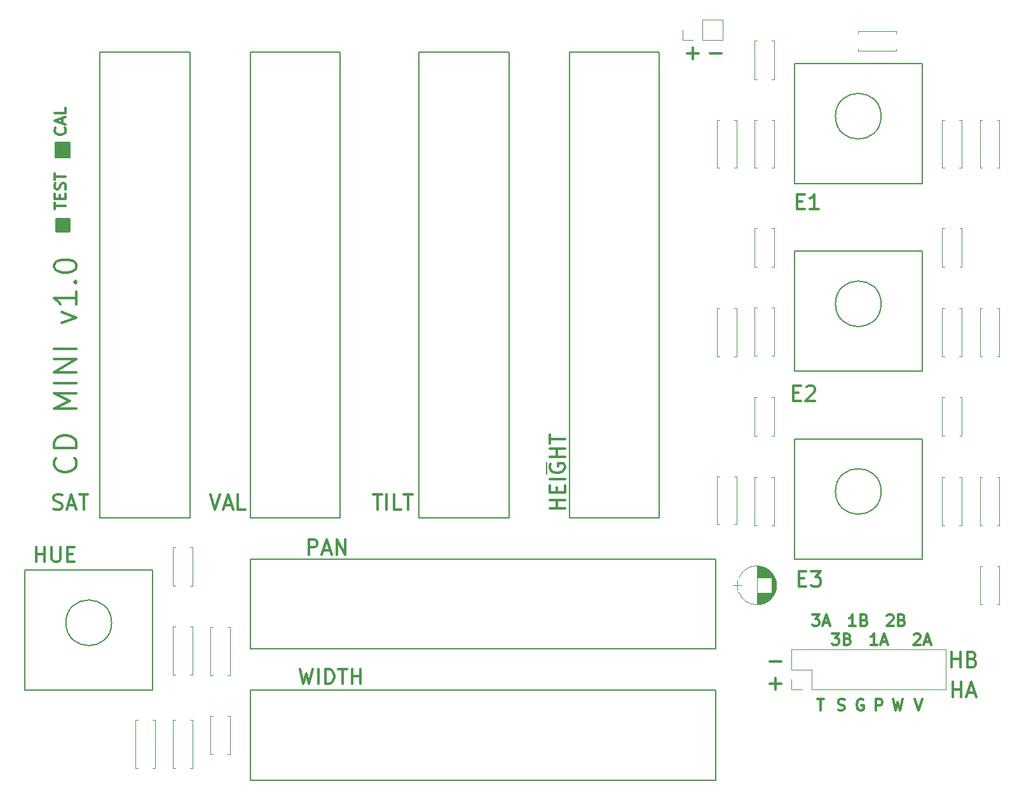
<source format=gbr>
%TF.GenerationSoftware,KiCad,Pcbnew,4.0.6+dfsg1-1*%
%TF.CreationDate,2017-11-25T00:29:13-07:00*%
%TF.ProjectId,colordance_mini,636F6C6F7264616E63655F6D696E692E,rev?*%
%TF.FileFunction,Legend,Top*%
%FSLAX46Y46*%
G04 Gerber Fmt 4.6, Leading zero omitted, Abs format (unit mm)*
G04 Created by KiCad (PCBNEW 4.0.6+dfsg1-1) date Sat Nov 25 00:29:13 2017*
%MOMM*%
%LPD*%
G01*
G04 APERTURE LIST*
%ADD10C,0.100000*%
%ADD11C,0.300000*%
%ADD12C,0.200000*%
%ADD13C,0.350000*%
%ADD14C,0.120000*%
%ADD15C,0.150000*%
%ADD16C,0.254000*%
G04 APERTURE END LIST*
D10*
D11*
X150238095Y-24142857D02*
X151761905Y-24142857D01*
X147238095Y-24142857D02*
X148761905Y-24142857D01*
X148000000Y-24904762D02*
X148000000Y-23380952D01*
D12*
X65000000Y-36000000D02*
X65000000Y-38000000D01*
X63000000Y-38000000D02*
X63000000Y-36000000D01*
X65000000Y-38000000D02*
X63000000Y-38000000D01*
X63000000Y-36000000D02*
X65000000Y-36000000D01*
D11*
X64285714Y-34035714D02*
X64357143Y-34107143D01*
X64428571Y-34321429D01*
X64428571Y-34464286D01*
X64357143Y-34678571D01*
X64214286Y-34821429D01*
X64071429Y-34892857D01*
X63785714Y-34964286D01*
X63571429Y-34964286D01*
X63285714Y-34892857D01*
X63142857Y-34821429D01*
X63000000Y-34678571D01*
X62928571Y-34464286D01*
X62928571Y-34321429D01*
X63000000Y-34107143D01*
X63071429Y-34035714D01*
X64000000Y-33464286D02*
X64000000Y-32750000D01*
X64428571Y-33607143D02*
X62928571Y-33107143D01*
X64428571Y-32607143D01*
X64428571Y-31392857D02*
X64428571Y-32107143D01*
X62928571Y-32107143D01*
X62928571Y-44892857D02*
X62928571Y-44035714D01*
X64428571Y-44464285D02*
X62928571Y-44464285D01*
X63642857Y-43535714D02*
X63642857Y-43035714D01*
X64428571Y-42821428D02*
X64428571Y-43535714D01*
X62928571Y-43535714D01*
X62928571Y-42821428D01*
X64357143Y-42250000D02*
X64428571Y-42035714D01*
X64428571Y-41678571D01*
X64357143Y-41535714D01*
X64285714Y-41464285D01*
X64142857Y-41392857D01*
X64000000Y-41392857D01*
X63857143Y-41464285D01*
X63785714Y-41535714D01*
X63714286Y-41678571D01*
X63642857Y-41964285D01*
X63571429Y-42107143D01*
X63500000Y-42178571D01*
X63357143Y-42250000D01*
X63214286Y-42250000D01*
X63071429Y-42178571D01*
X63000000Y-42107143D01*
X62928571Y-41964285D01*
X62928571Y-41607143D01*
X63000000Y-41392857D01*
X62928571Y-40964286D02*
X62928571Y-40107143D01*
X64428571Y-40535714D02*
X62928571Y-40535714D01*
D13*
X65571429Y-78035713D02*
X65714286Y-78178570D01*
X65857143Y-78607141D01*
X65857143Y-78892855D01*
X65714286Y-79321427D01*
X65428571Y-79607141D01*
X65142857Y-79749998D01*
X64571429Y-79892855D01*
X64142857Y-79892855D01*
X63571429Y-79749998D01*
X63285714Y-79607141D01*
X63000000Y-79321427D01*
X62857143Y-78892855D01*
X62857143Y-78607141D01*
X63000000Y-78178570D01*
X63142857Y-78035713D01*
X65857143Y-76749998D02*
X62857143Y-76749998D01*
X62857143Y-76035713D01*
X63000000Y-75607141D01*
X63285714Y-75321427D01*
X63571429Y-75178570D01*
X64142857Y-75035713D01*
X64571429Y-75035713D01*
X65142857Y-75178570D01*
X65428571Y-75321427D01*
X65714286Y-75607141D01*
X65857143Y-76035713D01*
X65857143Y-76749998D01*
X65857143Y-71464284D02*
X62857143Y-71464284D01*
X65000000Y-70464284D01*
X62857143Y-69464284D01*
X65857143Y-69464284D01*
X65857143Y-68035713D02*
X62857143Y-68035713D01*
X65857143Y-66607142D02*
X62857143Y-66607142D01*
X65857143Y-64892857D01*
X62857143Y-64892857D01*
X65857143Y-63464285D02*
X62857143Y-63464285D01*
X63857143Y-60035715D02*
X65857143Y-59321429D01*
X63857143Y-58607143D01*
X65857143Y-55892858D02*
X65857143Y-57607143D01*
X65857143Y-56750001D02*
X62857143Y-56750001D01*
X63285714Y-57035715D01*
X63571429Y-57321429D01*
X63714286Y-57607143D01*
X65571429Y-54607143D02*
X65714286Y-54464286D01*
X65857143Y-54607143D01*
X65714286Y-54750000D01*
X65571429Y-54607143D01*
X65857143Y-54607143D01*
X62857143Y-52607144D02*
X62857143Y-52321429D01*
X63000000Y-52035715D01*
X63142857Y-51892858D01*
X63428571Y-51750001D01*
X64000000Y-51607144D01*
X64714286Y-51607144D01*
X65285714Y-51750001D01*
X65571429Y-51892858D01*
X65714286Y-52035715D01*
X65857143Y-52321429D01*
X65857143Y-52607144D01*
X65714286Y-52892858D01*
X65571429Y-53035715D01*
X65285714Y-53178572D01*
X64714286Y-53321429D01*
X64000000Y-53321429D01*
X63428571Y-53178572D01*
X63142857Y-53035715D01*
X63000000Y-52892858D01*
X62857143Y-52607144D01*
D11*
X163857144Y-98928571D02*
X164785715Y-98928571D01*
X164285715Y-99500000D01*
X164500001Y-99500000D01*
X164642858Y-99571429D01*
X164714287Y-99642857D01*
X164785715Y-99785714D01*
X164785715Y-100142857D01*
X164714287Y-100285714D01*
X164642858Y-100357143D01*
X164500001Y-100428571D01*
X164071429Y-100428571D01*
X163928572Y-100357143D01*
X163857144Y-100285714D01*
X165357143Y-100000000D02*
X166071429Y-100000000D01*
X165214286Y-100428571D02*
X165714286Y-98928571D01*
X166214286Y-100428571D01*
X166500001Y-101428571D02*
X167428572Y-101428571D01*
X166928572Y-102000000D01*
X167142858Y-102000000D01*
X167285715Y-102071429D01*
X167357144Y-102142857D01*
X167428572Y-102285714D01*
X167428572Y-102642857D01*
X167357144Y-102785714D01*
X167285715Y-102857143D01*
X167142858Y-102928571D01*
X166714286Y-102928571D01*
X166571429Y-102857143D01*
X166500001Y-102785714D01*
X168571429Y-102142857D02*
X168785715Y-102214286D01*
X168857143Y-102285714D01*
X168928572Y-102428571D01*
X168928572Y-102642857D01*
X168857143Y-102785714D01*
X168785715Y-102857143D01*
X168642857Y-102928571D01*
X168071429Y-102928571D01*
X168071429Y-101428571D01*
X168571429Y-101428571D01*
X168714286Y-101500000D01*
X168785715Y-101571429D01*
X168857143Y-101714286D01*
X168857143Y-101857143D01*
X168785715Y-102000000D01*
X168714286Y-102071429D01*
X168571429Y-102142857D01*
X168071429Y-102142857D01*
X169678572Y-100428571D02*
X168821429Y-100428571D01*
X169250001Y-100428571D02*
X169250001Y-98928571D01*
X169107144Y-99142857D01*
X168964286Y-99285714D01*
X168821429Y-99357143D01*
X170821429Y-99642857D02*
X171035715Y-99714286D01*
X171107143Y-99785714D01*
X171178572Y-99928571D01*
X171178572Y-100142857D01*
X171107143Y-100285714D01*
X171035715Y-100357143D01*
X170892857Y-100428571D01*
X170321429Y-100428571D01*
X170321429Y-98928571D01*
X170821429Y-98928571D01*
X170964286Y-99000000D01*
X171035715Y-99071429D01*
X171107143Y-99214286D01*
X171107143Y-99357143D01*
X171035715Y-99500000D01*
X170964286Y-99571429D01*
X170821429Y-99642857D01*
X170321429Y-99642857D01*
X172535715Y-102928571D02*
X171678572Y-102928571D01*
X172107144Y-102928571D02*
X172107144Y-101428571D01*
X171964287Y-101642857D01*
X171821429Y-101785714D01*
X171678572Y-101857143D01*
X173107143Y-102500000D02*
X173821429Y-102500000D01*
X172964286Y-102928571D02*
X173464286Y-101428571D01*
X173964286Y-102928571D01*
X173821429Y-99071429D02*
X173892858Y-99000000D01*
X174035715Y-98928571D01*
X174392858Y-98928571D01*
X174535715Y-99000000D01*
X174607144Y-99071429D01*
X174678572Y-99214286D01*
X174678572Y-99357143D01*
X174607144Y-99571429D01*
X173750001Y-100428571D01*
X174678572Y-100428571D01*
X175821429Y-99642857D02*
X176035715Y-99714286D01*
X176107143Y-99785714D01*
X176178572Y-99928571D01*
X176178572Y-100142857D01*
X176107143Y-100285714D01*
X176035715Y-100357143D01*
X175892857Y-100428571D01*
X175321429Y-100428571D01*
X175321429Y-98928571D01*
X175821429Y-98928571D01*
X175964286Y-99000000D01*
X176035715Y-99071429D01*
X176107143Y-99214286D01*
X176107143Y-99357143D01*
X176035715Y-99500000D01*
X175964286Y-99571429D01*
X175821429Y-99642857D01*
X175321429Y-99642857D01*
X177428572Y-101571429D02*
X177500001Y-101500000D01*
X177642858Y-101428571D01*
X178000001Y-101428571D01*
X178142858Y-101500000D01*
X178214287Y-101571429D01*
X178285715Y-101714286D01*
X178285715Y-101857143D01*
X178214287Y-102071429D01*
X177357144Y-102928571D01*
X178285715Y-102928571D01*
X178857143Y-102500000D02*
X179571429Y-102500000D01*
X178714286Y-102928571D02*
X179214286Y-101428571D01*
X179714286Y-102928571D01*
X162119047Y-94107143D02*
X162785714Y-94107143D01*
X163071428Y-95154762D02*
X162119047Y-95154762D01*
X162119047Y-93154762D01*
X163071428Y-93154762D01*
X163738095Y-93154762D02*
X164976191Y-93154762D01*
X164309524Y-93916667D01*
X164595238Y-93916667D01*
X164785714Y-94011905D01*
X164880952Y-94107143D01*
X164976191Y-94297619D01*
X164976191Y-94773810D01*
X164880952Y-94964286D01*
X164785714Y-95059524D01*
X164595238Y-95154762D01*
X164023810Y-95154762D01*
X163833333Y-95059524D01*
X163738095Y-94964286D01*
X161369047Y-69357143D02*
X162035714Y-69357143D01*
X162321428Y-70404762D02*
X161369047Y-70404762D01*
X161369047Y-68404762D01*
X162321428Y-68404762D01*
X163083333Y-68595238D02*
X163178571Y-68500000D01*
X163369048Y-68404762D01*
X163845238Y-68404762D01*
X164035714Y-68500000D01*
X164130952Y-68595238D01*
X164226191Y-68785714D01*
X164226191Y-68976190D01*
X164130952Y-69261905D01*
X162988095Y-70404762D01*
X164226191Y-70404762D01*
X161869047Y-43857143D02*
X162535714Y-43857143D01*
X162821428Y-44904762D02*
X161869047Y-44904762D01*
X161869047Y-42904762D01*
X162821428Y-42904762D01*
X164726191Y-44904762D02*
X163583333Y-44904762D01*
X164154762Y-44904762D02*
X164154762Y-42904762D01*
X163964286Y-43190476D01*
X163773810Y-43380952D01*
X163583333Y-43476190D01*
X174607143Y-110178571D02*
X174964286Y-111678571D01*
X175250000Y-110607143D01*
X175535714Y-111678571D01*
X175892857Y-110178571D01*
X172357143Y-111678571D02*
X172357143Y-110178571D01*
X172928571Y-110178571D01*
X173071429Y-110250000D01*
X173142857Y-110321429D01*
X173214286Y-110464286D01*
X173214286Y-110678571D01*
X173142857Y-110821429D01*
X173071429Y-110892857D01*
X172928571Y-110964286D01*
X172357143Y-110964286D01*
X95607143Y-106154762D02*
X96083334Y-108154762D01*
X96464286Y-106726190D01*
X96845239Y-108154762D01*
X97321429Y-106154762D01*
X98083333Y-108154762D02*
X98083333Y-106154762D01*
X99035714Y-108154762D02*
X99035714Y-106154762D01*
X99511905Y-106154762D01*
X99797619Y-106250000D01*
X99988095Y-106440476D01*
X100083334Y-106630952D01*
X100178572Y-107011905D01*
X100178572Y-107297619D01*
X100083334Y-107678571D01*
X99988095Y-107869048D01*
X99797619Y-108059524D01*
X99511905Y-108154762D01*
X99035714Y-108154762D01*
X100750000Y-106154762D02*
X101892857Y-106154762D01*
X101321429Y-108154762D02*
X101321429Y-106154762D01*
X102559524Y-108154762D02*
X102559524Y-106154762D01*
X102559524Y-107107143D02*
X103702382Y-107107143D01*
X103702382Y-108154762D02*
X103702382Y-106154762D01*
X96821428Y-90904762D02*
X96821428Y-88904762D01*
X97583333Y-88904762D01*
X97773809Y-89000000D01*
X97869048Y-89095238D01*
X97964286Y-89285714D01*
X97964286Y-89571429D01*
X97869048Y-89761905D01*
X97773809Y-89857143D01*
X97583333Y-89952381D01*
X96821428Y-89952381D01*
X98726190Y-90333333D02*
X99678571Y-90333333D01*
X98535714Y-90904762D02*
X99202381Y-88904762D01*
X99869048Y-90904762D01*
X100535714Y-90904762D02*
X100535714Y-88904762D01*
X101678572Y-90904762D01*
X101678572Y-88904762D01*
X170642857Y-110250000D02*
X170500000Y-110178571D01*
X170285714Y-110178571D01*
X170071429Y-110250000D01*
X169928571Y-110392857D01*
X169857143Y-110535714D01*
X169785714Y-110821429D01*
X169785714Y-111035714D01*
X169857143Y-111321429D01*
X169928571Y-111464286D01*
X170071429Y-111607143D01*
X170285714Y-111678571D01*
X170428571Y-111678571D01*
X170642857Y-111607143D01*
X170714286Y-111535714D01*
X170714286Y-111035714D01*
X170428571Y-111035714D01*
X164571429Y-110178571D02*
X165428572Y-110178571D01*
X165000001Y-111678571D02*
X165000001Y-110178571D01*
D12*
X128450000Y-78550000D02*
X128450000Y-80150000D01*
D11*
X130904762Y-84761905D02*
X128904762Y-84761905D01*
X129857143Y-84761905D02*
X129857143Y-83619047D01*
X130904762Y-83619047D02*
X128904762Y-83619047D01*
X129857143Y-82666667D02*
X129857143Y-82000000D01*
X130904762Y-81714286D02*
X130904762Y-82666667D01*
X128904762Y-82666667D01*
X128904762Y-81714286D01*
X130904762Y-80857143D02*
X128904762Y-80857143D01*
X129000000Y-78857142D02*
X128904762Y-79047619D01*
X128904762Y-79333333D01*
X129000000Y-79619047D01*
X129190476Y-79809523D01*
X129380952Y-79904762D01*
X129761905Y-80000000D01*
X130047619Y-80000000D01*
X130428571Y-79904762D01*
X130619048Y-79809523D01*
X130809524Y-79619047D01*
X130904762Y-79333333D01*
X130904762Y-79142857D01*
X130809524Y-78857142D01*
X130714286Y-78761904D01*
X130047619Y-78761904D01*
X130047619Y-79142857D01*
X130904762Y-77904762D02*
X128904762Y-77904762D01*
X129857143Y-77904762D02*
X129857143Y-76761904D01*
X130904762Y-76761904D02*
X128904762Y-76761904D01*
X128904762Y-76095238D02*
X128904762Y-74952381D01*
X130904762Y-75523809D02*
X128904762Y-75523809D01*
X105380952Y-82904762D02*
X106523809Y-82904762D01*
X105952381Y-84904762D02*
X105952381Y-82904762D01*
X107190476Y-84904762D02*
X107190476Y-82904762D01*
X109095238Y-84904762D02*
X108142857Y-84904762D01*
X108142857Y-82904762D01*
X109476191Y-82904762D02*
X110619048Y-82904762D01*
X110047620Y-84904762D02*
X110047620Y-82904762D01*
X167321429Y-111607143D02*
X167535715Y-111678571D01*
X167892858Y-111678571D01*
X168035715Y-111607143D01*
X168107144Y-111535714D01*
X168178572Y-111392857D01*
X168178572Y-111250000D01*
X168107144Y-111107143D01*
X168035715Y-111035714D01*
X167892858Y-110964286D01*
X167607144Y-110892857D01*
X167464286Y-110821429D01*
X167392858Y-110750000D01*
X167321429Y-110607143D01*
X167321429Y-110464286D01*
X167392858Y-110321429D01*
X167464286Y-110250000D01*
X167607144Y-110178571D01*
X167964286Y-110178571D01*
X168178572Y-110250000D01*
X177500000Y-110178571D02*
X178000000Y-111678571D01*
X178500000Y-110178571D01*
X182428571Y-105904762D02*
X182428571Y-103904762D01*
X182428571Y-104857143D02*
X183571429Y-104857143D01*
X183571429Y-105904762D02*
X183571429Y-103904762D01*
X185190476Y-104857143D02*
X185476190Y-104952381D01*
X185571429Y-105047619D01*
X185666667Y-105238095D01*
X185666667Y-105523810D01*
X185571429Y-105714286D01*
X185476190Y-105809524D01*
X185285714Y-105904762D01*
X184523809Y-105904762D01*
X184523809Y-103904762D01*
X185190476Y-103904762D01*
X185380952Y-104000000D01*
X185476190Y-104095238D01*
X185571429Y-104285714D01*
X185571429Y-104476190D01*
X185476190Y-104666667D01*
X185380952Y-104761905D01*
X185190476Y-104857143D01*
X184523809Y-104857143D01*
X182571428Y-109904762D02*
X182571428Y-107904762D01*
X182571428Y-108857143D02*
X183714286Y-108857143D01*
X183714286Y-109904762D02*
X183714286Y-107904762D01*
X184571428Y-109333333D02*
X185523809Y-109333333D01*
X184380952Y-109904762D02*
X185047619Y-107904762D01*
X185714286Y-109904762D01*
X83666666Y-82904762D02*
X84333333Y-84904762D01*
X85000000Y-82904762D01*
X85571428Y-84333333D02*
X86523809Y-84333333D01*
X85380952Y-84904762D02*
X86047619Y-82904762D01*
X86714286Y-84904762D01*
X88333333Y-84904762D02*
X87380952Y-84904762D01*
X87380952Y-82904762D01*
X62809523Y-84809524D02*
X63095238Y-84904762D01*
X63571428Y-84904762D01*
X63761904Y-84809524D01*
X63857142Y-84714286D01*
X63952381Y-84523810D01*
X63952381Y-84333333D01*
X63857142Y-84142857D01*
X63761904Y-84047619D01*
X63571428Y-83952381D01*
X63190476Y-83857143D01*
X63000000Y-83761905D01*
X62904761Y-83666667D01*
X62809523Y-83476190D01*
X62809523Y-83285714D01*
X62904761Y-83095238D01*
X63000000Y-83000000D01*
X63190476Y-82904762D01*
X63666666Y-82904762D01*
X63952381Y-83000000D01*
X64714285Y-84333333D02*
X65666666Y-84333333D01*
X64523809Y-84904762D02*
X65190476Y-82904762D01*
X65857143Y-84904762D01*
X66238095Y-82904762D02*
X67380952Y-82904762D01*
X66809524Y-84904762D02*
X66809524Y-82904762D01*
X60476190Y-91904762D02*
X60476190Y-89904762D01*
X60476190Y-90857143D02*
X61619048Y-90857143D01*
X61619048Y-91904762D02*
X61619048Y-89904762D01*
X62571428Y-89904762D02*
X62571428Y-91523810D01*
X62666667Y-91714286D01*
X62761905Y-91809524D01*
X62952381Y-91904762D01*
X63333333Y-91904762D01*
X63523809Y-91809524D01*
X63619048Y-91714286D01*
X63714286Y-91523810D01*
X63714286Y-89904762D01*
X64666666Y-90857143D02*
X65333333Y-90857143D01*
X65619047Y-91904762D02*
X64666666Y-91904762D01*
X64666666Y-89904762D01*
X65619047Y-89904762D01*
X158238095Y-105142857D02*
X159761905Y-105142857D01*
X158238095Y-108142857D02*
X159761905Y-108142857D01*
X159000000Y-108904762D02*
X159000000Y-107380952D01*
D14*
X163770000Y-108890000D02*
X181670000Y-108890000D01*
X181670000Y-108890000D02*
X181670000Y-103570000D01*
X181670000Y-103570000D02*
X161110000Y-103570000D01*
X161110000Y-103570000D02*
X161110000Y-106230000D01*
X161110000Y-106230000D02*
X163770000Y-106230000D01*
X163770000Y-106230000D02*
X163770000Y-108890000D01*
X162500000Y-108890000D02*
X161110000Y-108890000D01*
X161110000Y-108890000D02*
X161110000Y-107500000D01*
D15*
X89000000Y-109000000D02*
X151000000Y-109000000D01*
X151000000Y-109000000D02*
X151000000Y-121000000D01*
X151000000Y-121000000D02*
X89500000Y-121000000D01*
X89500000Y-121000000D02*
X89000000Y-121000000D01*
X89000000Y-121000000D02*
X89000000Y-109000000D01*
X89000000Y-91500000D02*
X151000000Y-91500000D01*
X151000000Y-91500000D02*
X151000000Y-103500000D01*
X151000000Y-103500000D02*
X89500000Y-103500000D01*
X89500000Y-103500000D02*
X89000000Y-103500000D01*
X89000000Y-103500000D02*
X89000000Y-91500000D01*
X89000000Y-86000000D02*
X89000000Y-24000000D01*
X89000000Y-24000000D02*
X101000000Y-24000000D01*
X101000000Y-24000000D02*
X101000000Y-85500000D01*
X101000000Y-85500000D02*
X101000000Y-86000000D01*
X101000000Y-86000000D02*
X89000000Y-86000000D01*
D14*
X83690000Y-117560000D02*
X83690000Y-112440000D01*
X86310000Y-117560000D02*
X86310000Y-112440000D01*
X83690000Y-117560000D02*
X84004000Y-117560000D01*
X85996000Y-117560000D02*
X86310000Y-117560000D01*
X83690000Y-112440000D02*
X84004000Y-112440000D01*
X85996000Y-112440000D02*
X86310000Y-112440000D01*
X156190000Y-27560000D02*
X156190000Y-22440000D01*
X158810000Y-27560000D02*
X158810000Y-22440000D01*
X156190000Y-27560000D02*
X156504000Y-27560000D01*
X158496000Y-27560000D02*
X158810000Y-27560000D01*
X156190000Y-22440000D02*
X156504000Y-22440000D01*
X158496000Y-22440000D02*
X158810000Y-22440000D01*
X81310000Y-89940000D02*
X81310000Y-95060000D01*
X78690000Y-89940000D02*
X78690000Y-95060000D01*
X81310000Y-89940000D02*
X80996000Y-89940000D01*
X79004000Y-89940000D02*
X78690000Y-89940000D01*
X81310000Y-95060000D02*
X80996000Y-95060000D01*
X79004000Y-95060000D02*
X78690000Y-95060000D01*
X175060000Y-23810000D02*
X169940000Y-23810000D01*
X175060000Y-21190000D02*
X169940000Y-21190000D01*
X175060000Y-23810000D02*
X175060000Y-23496000D01*
X175060000Y-21504000D02*
X175060000Y-21190000D01*
X169940000Y-23810000D02*
X169940000Y-23496000D01*
X169940000Y-21504000D02*
X169940000Y-21190000D01*
X156190000Y-52560000D02*
X156190000Y-47440000D01*
X158810000Y-52560000D02*
X158810000Y-47440000D01*
X156190000Y-52560000D02*
X156504000Y-52560000D01*
X158496000Y-52560000D02*
X158810000Y-52560000D01*
X156190000Y-47440000D02*
X156504000Y-47440000D01*
X158496000Y-47440000D02*
X158810000Y-47440000D01*
X156190000Y-75060000D02*
X156190000Y-69940000D01*
X158810000Y-75060000D02*
X158810000Y-69940000D01*
X156190000Y-75060000D02*
X156504000Y-75060000D01*
X158496000Y-75060000D02*
X158810000Y-75060000D01*
X156190000Y-69940000D02*
X156504000Y-69940000D01*
X158496000Y-69940000D02*
X158810000Y-69940000D01*
X181190000Y-52560000D02*
X181190000Y-47440000D01*
X183810000Y-52560000D02*
X183810000Y-47440000D01*
X181190000Y-52560000D02*
X181504000Y-52560000D01*
X183496000Y-52560000D02*
X183810000Y-52560000D01*
X181190000Y-47440000D02*
X181504000Y-47440000D01*
X183496000Y-47440000D02*
X183810000Y-47440000D01*
X181190000Y-75060000D02*
X181190000Y-69940000D01*
X183810000Y-75060000D02*
X183810000Y-69940000D01*
X181190000Y-75060000D02*
X181504000Y-75060000D01*
X183496000Y-75060000D02*
X183810000Y-75060000D01*
X181190000Y-69940000D02*
X181504000Y-69940000D01*
X183496000Y-69940000D02*
X183810000Y-69940000D01*
X80980000Y-112980000D02*
X81310000Y-112980000D01*
X81310000Y-112980000D02*
X81310000Y-119400000D01*
X81310000Y-119400000D02*
X80980000Y-119400000D01*
X79020000Y-112980000D02*
X78690000Y-112980000D01*
X78690000Y-112980000D02*
X78690000Y-119400000D01*
X78690000Y-119400000D02*
X79020000Y-119400000D01*
X151520000Y-39400000D02*
X151190000Y-39400000D01*
X151190000Y-39400000D02*
X151190000Y-32980000D01*
X151190000Y-32980000D02*
X151520000Y-32980000D01*
X153480000Y-39400000D02*
X153810000Y-39400000D01*
X153810000Y-39400000D02*
X153810000Y-32980000D01*
X153810000Y-32980000D02*
X153480000Y-32980000D01*
X74020000Y-119400000D02*
X73690000Y-119400000D01*
X73690000Y-119400000D02*
X73690000Y-112980000D01*
X73690000Y-112980000D02*
X74020000Y-112980000D01*
X75980000Y-119400000D02*
X76310000Y-119400000D01*
X76310000Y-119400000D02*
X76310000Y-112980000D01*
X76310000Y-112980000D02*
X75980000Y-112980000D01*
X158480000Y-32980000D02*
X158810000Y-32980000D01*
X158810000Y-32980000D02*
X158810000Y-39400000D01*
X158810000Y-39400000D02*
X158480000Y-39400000D01*
X156520000Y-32980000D02*
X156190000Y-32980000D01*
X156190000Y-32980000D02*
X156190000Y-39400000D01*
X156190000Y-39400000D02*
X156520000Y-39400000D01*
X85980000Y-100600000D02*
X86310000Y-100600000D01*
X86310000Y-100600000D02*
X86310000Y-107020000D01*
X86310000Y-107020000D02*
X85980000Y-107020000D01*
X84020000Y-100600000D02*
X83690000Y-100600000D01*
X83690000Y-100600000D02*
X83690000Y-107020000D01*
X83690000Y-107020000D02*
X84020000Y-107020000D01*
X188480000Y-32980000D02*
X188810000Y-32980000D01*
X188810000Y-32980000D02*
X188810000Y-39400000D01*
X188810000Y-39400000D02*
X188480000Y-39400000D01*
X186520000Y-32980000D02*
X186190000Y-32980000D01*
X186190000Y-32980000D02*
X186190000Y-39400000D01*
X186190000Y-39400000D02*
X186520000Y-39400000D01*
X80980000Y-100480000D02*
X81310000Y-100480000D01*
X81310000Y-100480000D02*
X81310000Y-106900000D01*
X81310000Y-106900000D02*
X80980000Y-106900000D01*
X79020000Y-100480000D02*
X78690000Y-100480000D01*
X78690000Y-100480000D02*
X78690000Y-106900000D01*
X78690000Y-106900000D02*
X79020000Y-106900000D01*
X183480000Y-32980000D02*
X183810000Y-32980000D01*
X183810000Y-32980000D02*
X183810000Y-39400000D01*
X183810000Y-39400000D02*
X183480000Y-39400000D01*
X181520000Y-32980000D02*
X181190000Y-32980000D01*
X181190000Y-32980000D02*
X181190000Y-39400000D01*
X181190000Y-39400000D02*
X181520000Y-39400000D01*
X156520000Y-64400000D02*
X156190000Y-64400000D01*
X156190000Y-64400000D02*
X156190000Y-57980000D01*
X156190000Y-57980000D02*
X156520000Y-57980000D01*
X158480000Y-64400000D02*
X158810000Y-64400000D01*
X158810000Y-64400000D02*
X158810000Y-57980000D01*
X158810000Y-57980000D02*
X158480000Y-57980000D01*
X151520000Y-86900000D02*
X151190000Y-86900000D01*
X151190000Y-86900000D02*
X151190000Y-80480000D01*
X151190000Y-80480000D02*
X151520000Y-80480000D01*
X153480000Y-86900000D02*
X153810000Y-86900000D01*
X153810000Y-86900000D02*
X153810000Y-80480000D01*
X153810000Y-80480000D02*
X153480000Y-80480000D01*
X153480000Y-58100000D02*
X153810000Y-58100000D01*
X153810000Y-58100000D02*
X153810000Y-64520000D01*
X153810000Y-64520000D02*
X153480000Y-64520000D01*
X151520000Y-58100000D02*
X151190000Y-58100000D01*
X151190000Y-58100000D02*
X151190000Y-64520000D01*
X151190000Y-64520000D02*
X151520000Y-64520000D01*
X158480000Y-80600000D02*
X158810000Y-80600000D01*
X158810000Y-80600000D02*
X158810000Y-87020000D01*
X158810000Y-87020000D02*
X158480000Y-87020000D01*
X156520000Y-80600000D02*
X156190000Y-80600000D01*
X156190000Y-80600000D02*
X156190000Y-87020000D01*
X156190000Y-87020000D02*
X156520000Y-87020000D01*
X188480000Y-58100000D02*
X188810000Y-58100000D01*
X188810000Y-58100000D02*
X188810000Y-64520000D01*
X188810000Y-64520000D02*
X188480000Y-64520000D01*
X186520000Y-58100000D02*
X186190000Y-58100000D01*
X186190000Y-58100000D02*
X186190000Y-64520000D01*
X186190000Y-64520000D02*
X186520000Y-64520000D01*
X188480000Y-80600000D02*
X188810000Y-80600000D01*
X188810000Y-80600000D02*
X188810000Y-87020000D01*
X188810000Y-87020000D02*
X188480000Y-87020000D01*
X186520000Y-80600000D02*
X186190000Y-80600000D01*
X186190000Y-80600000D02*
X186190000Y-87020000D01*
X186190000Y-87020000D02*
X186520000Y-87020000D01*
X183480000Y-58100000D02*
X183810000Y-58100000D01*
X183810000Y-58100000D02*
X183810000Y-64520000D01*
X183810000Y-64520000D02*
X183480000Y-64520000D01*
X181520000Y-58100000D02*
X181190000Y-58100000D01*
X181190000Y-58100000D02*
X181190000Y-64520000D01*
X181190000Y-64520000D02*
X181520000Y-64520000D01*
X183480000Y-80600000D02*
X183810000Y-80600000D01*
X183810000Y-80600000D02*
X183810000Y-87020000D01*
X183810000Y-87020000D02*
X183480000Y-87020000D01*
X181520000Y-80600000D02*
X181190000Y-80600000D01*
X181190000Y-80600000D02*
X181190000Y-87020000D01*
X181190000Y-87020000D02*
X181520000Y-87020000D01*
D15*
X111500000Y-86000000D02*
X111500000Y-24000000D01*
X111500000Y-24000000D02*
X123500000Y-24000000D01*
X123500000Y-24000000D02*
X123500000Y-85500000D01*
X123500000Y-85500000D02*
X123500000Y-86000000D01*
X123500000Y-86000000D02*
X111500000Y-86000000D01*
X69000000Y-86000000D02*
X69000000Y-24000000D01*
X69000000Y-24000000D02*
X81000000Y-24000000D01*
X81000000Y-24000000D02*
X81000000Y-85500000D01*
X81000000Y-85500000D02*
X81000000Y-86000000D01*
X81000000Y-86000000D02*
X69000000Y-86000000D01*
X131500000Y-86000000D02*
X131500000Y-24000000D01*
X131500000Y-24000000D02*
X143500000Y-24000000D01*
X143500000Y-24000000D02*
X143500000Y-85500000D01*
X143500000Y-85500000D02*
X143500000Y-86000000D01*
X143500000Y-86000000D02*
X131500000Y-86000000D01*
X70541381Y-100000000D02*
G75*
G03X70541381Y-100000000I-3041381J0D01*
G01*
X76000000Y-109000000D02*
X76000000Y-100000000D01*
X59000000Y-109000000D02*
X76000000Y-109000000D01*
X59000000Y-93000000D02*
X59000000Y-109000000D01*
X76000000Y-93000000D02*
X59000000Y-93000000D01*
X76000000Y-100000000D02*
X76000000Y-93000000D01*
X173041381Y-32500000D02*
G75*
G03X173041381Y-32500000I-3041381J0D01*
G01*
X178500000Y-41500000D02*
X178500000Y-32500000D01*
X161500000Y-41500000D02*
X178500000Y-41500000D01*
X161500000Y-25500000D02*
X161500000Y-41500000D01*
X178500000Y-25500000D02*
X161500000Y-25500000D01*
X178500000Y-32500000D02*
X178500000Y-25500000D01*
X173041381Y-57500000D02*
G75*
G03X173041381Y-57500000I-3041381J0D01*
G01*
X178500000Y-66500000D02*
X178500000Y-57500000D01*
X161500000Y-66500000D02*
X178500000Y-66500000D01*
X161500000Y-50500000D02*
X161500000Y-66500000D01*
X178500000Y-50500000D02*
X161500000Y-50500000D01*
X178500000Y-57500000D02*
X178500000Y-50500000D01*
X173041381Y-82500000D02*
G75*
G03X173041381Y-82500000I-3041381J0D01*
G01*
X178500000Y-91500000D02*
X178500000Y-82500000D01*
X161500000Y-91500000D02*
X178500000Y-91500000D01*
X161500000Y-75500000D02*
X161500000Y-91500000D01*
X178500000Y-75500000D02*
X161500000Y-75500000D01*
X178500000Y-82500000D02*
X178500000Y-75500000D01*
D14*
X188810000Y-92440000D02*
X188810000Y-97560000D01*
X186190000Y-92440000D02*
X186190000Y-97560000D01*
X188810000Y-92440000D02*
X188496000Y-92440000D01*
X186504000Y-92440000D02*
X186190000Y-92440000D01*
X188810000Y-97560000D02*
X188496000Y-97560000D01*
X186504000Y-97560000D02*
X186190000Y-97560000D01*
X158896863Y-94018600D02*
G75*
G03X154102564Y-94020000I-2396863J-981400D01*
G01*
X158896863Y-95981400D02*
G75*
G02X154102564Y-95980000I-2396863J981400D01*
G01*
X158896863Y-95981400D02*
G75*
G03X158897436Y-94020000I-2396863J981400D01*
G01*
X156500000Y-92450000D02*
X156500000Y-97550000D01*
X156540000Y-92450000D02*
X156540000Y-94020000D01*
X156540000Y-95980000D02*
X156540000Y-97550000D01*
X156580000Y-92451000D02*
X156580000Y-94020000D01*
X156580000Y-95980000D02*
X156580000Y-97549000D01*
X156620000Y-92452000D02*
X156620000Y-94020000D01*
X156620000Y-95980000D02*
X156620000Y-97548000D01*
X156660000Y-92454000D02*
X156660000Y-94020000D01*
X156660000Y-95980000D02*
X156660000Y-97546000D01*
X156700000Y-92457000D02*
X156700000Y-94020000D01*
X156700000Y-95980000D02*
X156700000Y-97543000D01*
X156740000Y-92461000D02*
X156740000Y-94020000D01*
X156740000Y-95980000D02*
X156740000Y-97539000D01*
X156780000Y-92465000D02*
X156780000Y-94020000D01*
X156780000Y-95980000D02*
X156780000Y-97535000D01*
X156820000Y-92469000D02*
X156820000Y-94020000D01*
X156820000Y-95980000D02*
X156820000Y-97531000D01*
X156860000Y-92475000D02*
X156860000Y-94020000D01*
X156860000Y-95980000D02*
X156860000Y-97525000D01*
X156900000Y-92481000D02*
X156900000Y-94020000D01*
X156900000Y-95980000D02*
X156900000Y-97519000D01*
X156940000Y-92487000D02*
X156940000Y-94020000D01*
X156940000Y-95980000D02*
X156940000Y-97513000D01*
X156980000Y-92494000D02*
X156980000Y-94020000D01*
X156980000Y-95980000D02*
X156980000Y-97506000D01*
X157020000Y-92502000D02*
X157020000Y-94020000D01*
X157020000Y-95980000D02*
X157020000Y-97498000D01*
X157060000Y-92511000D02*
X157060000Y-94020000D01*
X157060000Y-95980000D02*
X157060000Y-97489000D01*
X157100000Y-92520000D02*
X157100000Y-94020000D01*
X157100000Y-95980000D02*
X157100000Y-97480000D01*
X157140000Y-92530000D02*
X157140000Y-94020000D01*
X157140000Y-95980000D02*
X157140000Y-97470000D01*
X157180000Y-92540000D02*
X157180000Y-94020000D01*
X157180000Y-95980000D02*
X157180000Y-97460000D01*
X157221000Y-92552000D02*
X157221000Y-94020000D01*
X157221000Y-95980000D02*
X157221000Y-97448000D01*
X157261000Y-92564000D02*
X157261000Y-94020000D01*
X157261000Y-95980000D02*
X157261000Y-97436000D01*
X157301000Y-92576000D02*
X157301000Y-94020000D01*
X157301000Y-95980000D02*
X157301000Y-97424000D01*
X157341000Y-92590000D02*
X157341000Y-94020000D01*
X157341000Y-95980000D02*
X157341000Y-97410000D01*
X157381000Y-92604000D02*
X157381000Y-94020000D01*
X157381000Y-95980000D02*
X157381000Y-97396000D01*
X157421000Y-92618000D02*
X157421000Y-94020000D01*
X157421000Y-95980000D02*
X157421000Y-97382000D01*
X157461000Y-92634000D02*
X157461000Y-94020000D01*
X157461000Y-95980000D02*
X157461000Y-97366000D01*
X157501000Y-92650000D02*
X157501000Y-94020000D01*
X157501000Y-95980000D02*
X157501000Y-97350000D01*
X157541000Y-92667000D02*
X157541000Y-94020000D01*
X157541000Y-95980000D02*
X157541000Y-97333000D01*
X157581000Y-92685000D02*
X157581000Y-94020000D01*
X157581000Y-95980000D02*
X157581000Y-97315000D01*
X157621000Y-92704000D02*
X157621000Y-94020000D01*
X157621000Y-95980000D02*
X157621000Y-97296000D01*
X157661000Y-92724000D02*
X157661000Y-94020000D01*
X157661000Y-95980000D02*
X157661000Y-97276000D01*
X157701000Y-92744000D02*
X157701000Y-94020000D01*
X157701000Y-95980000D02*
X157701000Y-97256000D01*
X157741000Y-92766000D02*
X157741000Y-94020000D01*
X157741000Y-95980000D02*
X157741000Y-97234000D01*
X157781000Y-92788000D02*
X157781000Y-94020000D01*
X157781000Y-95980000D02*
X157781000Y-97212000D01*
X157821000Y-92811000D02*
X157821000Y-94020000D01*
X157821000Y-95980000D02*
X157821000Y-97189000D01*
X157861000Y-92835000D02*
X157861000Y-94020000D01*
X157861000Y-95980000D02*
X157861000Y-97165000D01*
X157901000Y-92860000D02*
X157901000Y-94020000D01*
X157901000Y-95980000D02*
X157901000Y-97140000D01*
X157941000Y-92887000D02*
X157941000Y-94020000D01*
X157941000Y-95980000D02*
X157941000Y-97113000D01*
X157981000Y-92914000D02*
X157981000Y-94020000D01*
X157981000Y-95980000D02*
X157981000Y-97086000D01*
X158021000Y-92942000D02*
X158021000Y-94020000D01*
X158021000Y-95980000D02*
X158021000Y-97058000D01*
X158061000Y-92972000D02*
X158061000Y-94020000D01*
X158061000Y-95980000D02*
X158061000Y-97028000D01*
X158101000Y-93003000D02*
X158101000Y-94020000D01*
X158101000Y-95980000D02*
X158101000Y-96997000D01*
X158141000Y-93035000D02*
X158141000Y-94020000D01*
X158141000Y-95980000D02*
X158141000Y-96965000D01*
X158181000Y-93068000D02*
X158181000Y-94020000D01*
X158181000Y-95980000D02*
X158181000Y-96932000D01*
X158221000Y-93103000D02*
X158221000Y-94020000D01*
X158221000Y-95980000D02*
X158221000Y-96897000D01*
X158261000Y-93139000D02*
X158261000Y-94020000D01*
X158261000Y-95980000D02*
X158261000Y-96861000D01*
X158301000Y-93177000D02*
X158301000Y-94020000D01*
X158301000Y-95980000D02*
X158301000Y-96823000D01*
X158341000Y-93217000D02*
X158341000Y-94020000D01*
X158341000Y-95980000D02*
X158341000Y-96783000D01*
X158381000Y-93258000D02*
X158381000Y-94020000D01*
X158381000Y-95980000D02*
X158381000Y-96742000D01*
X158421000Y-93301000D02*
X158421000Y-94020000D01*
X158421000Y-95980000D02*
X158421000Y-96699000D01*
X158461000Y-93346000D02*
X158461000Y-94020000D01*
X158461000Y-95980000D02*
X158461000Y-96654000D01*
X158501000Y-93394000D02*
X158501000Y-96606000D01*
X158541000Y-93444000D02*
X158541000Y-96556000D01*
X158581000Y-93496000D02*
X158581000Y-96504000D01*
X158621000Y-93552000D02*
X158621000Y-96448000D01*
X158661000Y-93610000D02*
X158661000Y-96390000D01*
X158701000Y-93673000D02*
X158701000Y-96327000D01*
X158741000Y-93739000D02*
X158741000Y-96261000D01*
X158781000Y-93811000D02*
X158781000Y-96189000D01*
X158821000Y-93888000D02*
X158821000Y-96112000D01*
X158861000Y-93972000D02*
X158861000Y-96028000D01*
X158901000Y-94066000D02*
X158901000Y-95934000D01*
X158941000Y-94171000D02*
X158941000Y-95829000D01*
X158981000Y-94293000D02*
X158981000Y-95707000D01*
X159021000Y-94441000D02*
X159021000Y-95559000D01*
X159061000Y-94646000D02*
X159061000Y-95354000D01*
X153300000Y-95000000D02*
X154500000Y-95000000D01*
X153900000Y-94350000D02*
X153900000Y-95650000D01*
X149270000Y-22390000D02*
X151930000Y-22390000D01*
X151930000Y-22390000D02*
X151930000Y-19610000D01*
X151930000Y-19610000D02*
X149270000Y-19610000D01*
X149270000Y-19610000D02*
X149270000Y-22390000D01*
X148000000Y-22390000D02*
X146610000Y-22390000D01*
X146610000Y-22390000D02*
X146610000Y-21000000D01*
D16*
G36*
X64873000Y-37873000D02*
X63127000Y-37873000D01*
X63127000Y-36127000D01*
X64873000Y-36127000D01*
X64873000Y-37873000D01*
X64873000Y-37873000D01*
G37*
X64873000Y-37873000D02*
X63127000Y-37873000D01*
X63127000Y-36127000D01*
X64873000Y-36127000D01*
X64873000Y-37873000D01*
G36*
X64873000Y-47873000D02*
X63127000Y-47873000D01*
X63127000Y-46127000D01*
X64873000Y-46127000D01*
X64873000Y-47873000D01*
X64873000Y-47873000D01*
G37*
X64873000Y-47873000D02*
X63127000Y-47873000D01*
X63127000Y-46127000D01*
X64873000Y-46127000D01*
X64873000Y-47873000D01*
M02*

</source>
